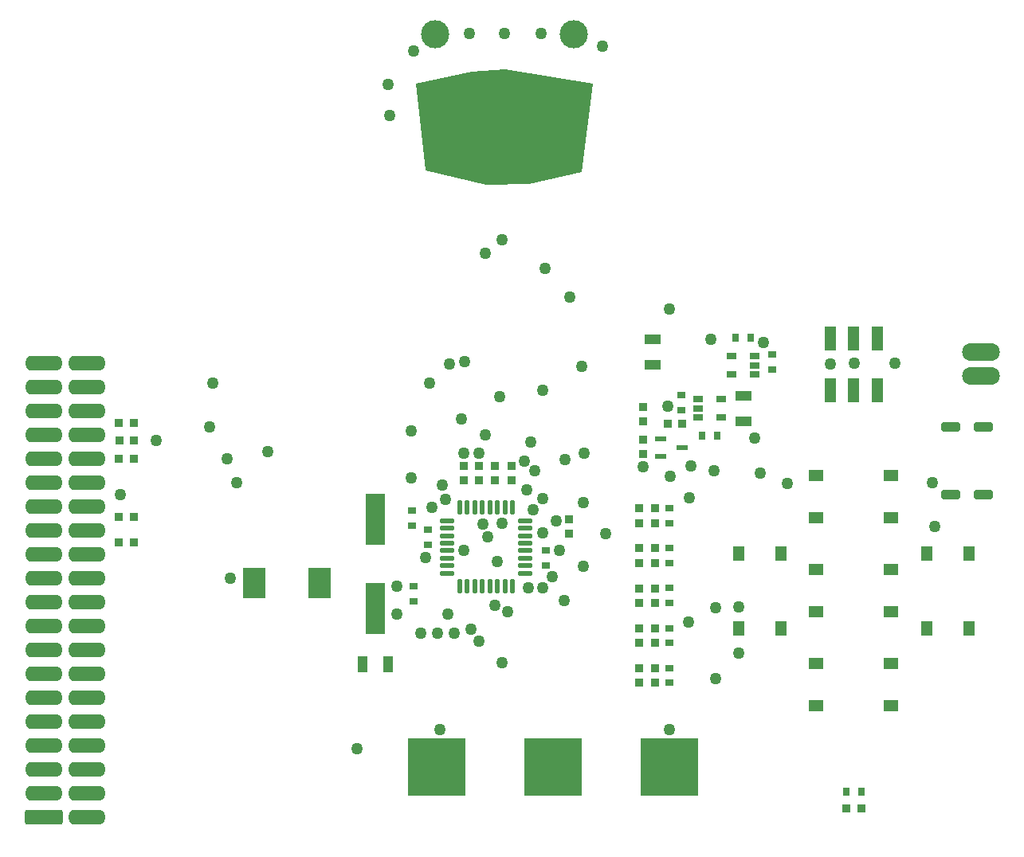
<source format=gts>
G04*
G04 #@! TF.GenerationSoftware,Altium Limited,Altium Designer,20.1.11 (218)*
G04*
G04 Layer_Color=8388736*
%FSLAX44Y44*%
%MOMM*%
G71*
G04*
G04 #@! TF.SameCoordinates,F64D855A-75B5-494C-AA47-8135A0461B61*
G04*
G04*
G04 #@! TF.FilePolarity,Negative*
G04*
G01*
G75*
G04:AMPARAMS|DCode=18|XSize=1.6mm|YSize=0.55mm|CornerRadius=0.1458mm|HoleSize=0mm|Usage=FLASHONLY|Rotation=180.000|XOffset=0mm|YOffset=0mm|HoleType=Round|Shape=RoundedRectangle|*
%AMROUNDEDRECTD18*
21,1,1.6000,0.2585,0,0,180.0*
21,1,1.3085,0.5500,0,0,180.0*
1,1,0.2915,-0.6543,0.1293*
1,1,0.2915,0.6543,0.1293*
1,1,0.2915,0.6543,-0.1293*
1,1,0.2915,-0.6543,-0.1293*
%
%ADD18ROUNDEDRECTD18*%
G04:AMPARAMS|DCode=19|XSize=1.6mm|YSize=0.55mm|CornerRadius=0.1458mm|HoleSize=0mm|Usage=FLASHONLY|Rotation=270.000|XOffset=0mm|YOffset=0mm|HoleType=Round|Shape=RoundedRectangle|*
%AMROUNDEDRECTD19*
21,1,1.6000,0.2585,0,0,270.0*
21,1,1.3085,0.5500,0,0,270.0*
1,1,0.2915,-0.1293,-0.6543*
1,1,0.2915,-0.1293,0.6543*
1,1,0.2915,0.1293,0.6543*
1,1,0.2915,0.1293,-0.6543*
%
%ADD19ROUNDEDRECTD19*%
%ADD20R,1.7000X1.1000*%
%ADD21R,1.1000X0.6500*%
%ADD22R,1.1000X1.7000*%
%ADD23R,0.8700X0.9700*%
%ADD24R,0.9652X0.7620*%
%ADD25R,0.9700X0.8700*%
%ADD26R,1.1500X0.6000*%
%ADD27R,0.7620X0.9652*%
%ADD28R,1.2000X2.5000*%
%ADD29R,2.4000X3.3000*%
%ADD30R,1.5500X1.3000*%
%ADD31R,1.3000X1.5500*%
%ADD32R,6.0700X6.0700*%
%ADD33R,2.0000X5.5000*%
%ADD34O,4.0000X1.9050*%
G04:AMPARAMS|DCode=35|XSize=2mm|YSize=1mm|CornerRadius=0.25mm|HoleSize=0mm|Usage=FLASHONLY|Rotation=180.000|XOffset=0mm|YOffset=0mm|HoleType=Round|Shape=RoundedRectangle|*
%AMROUNDEDRECTD35*
21,1,2.0000,0.5000,0,0,180.0*
21,1,1.5000,1.0000,0,0,180.0*
1,1,0.5000,-0.7500,0.2500*
1,1,0.5000,0.7500,0.2500*
1,1,0.5000,0.7500,-0.2500*
1,1,0.5000,-0.7500,-0.2500*
%
%ADD35ROUNDEDRECTD35*%
%ADD36O,4.0000X1.6000*%
G04:AMPARAMS|DCode=37|XSize=1.6mm|YSize=4mm|CornerRadius=0.2mm|HoleSize=0mm|Usage=FLASHONLY|Rotation=270.000|XOffset=0mm|YOffset=0mm|HoleType=Round|Shape=RoundedRectangle|*
%AMROUNDEDRECTD37*
21,1,1.6000,3.6000,0,0,270.0*
21,1,1.2000,4.0000,0,0,270.0*
1,1,0.4000,-1.8000,-0.6000*
1,1,0.4000,-1.8000,0.6000*
1,1,0.4000,1.8000,0.6000*
1,1,0.4000,1.8000,-0.6000*
%
%ADD37ROUNDEDRECTD37*%
%ADD38C,1.2700*%
%ADD39C,3.0000*%
G36*
X729031Y839363D02*
X717398Y745451D01*
X661633Y732497D01*
X615835Y731669D01*
X551197Y746738D01*
X541071Y839363D01*
X600504Y851982D01*
X636378Y854662D01*
X729031Y839363D01*
D02*
G37*
D18*
X657750Y366710D02*
D03*
Y374710D02*
D03*
Y350710D02*
D03*
Y342710D02*
D03*
Y358710D02*
D03*
Y334710D02*
D03*
Y326710D02*
D03*
Y318710D02*
D03*
X574150Y366710D02*
D03*
Y342710D02*
D03*
Y374710D02*
D03*
Y358710D02*
D03*
Y350710D02*
D03*
Y334710D02*
D03*
Y318710D02*
D03*
Y326710D02*
D03*
D19*
X611950Y388510D02*
D03*
X619950D02*
D03*
X603950D02*
D03*
X635950D02*
D03*
X643950D02*
D03*
X627950D02*
D03*
X611950Y304910D02*
D03*
X619950D02*
D03*
X603950D02*
D03*
X635950D02*
D03*
X643950D02*
D03*
X627950D02*
D03*
X587950Y388510D02*
D03*
X595950D02*
D03*
X587950Y304910D02*
D03*
X595950D02*
D03*
D20*
X792480Y567220D02*
D03*
Y540220D02*
D03*
X889000Y480530D02*
D03*
Y507530D02*
D03*
D21*
X901000Y539750D02*
D03*
Y549250D02*
D03*
Y530250D02*
D03*
X877000Y549250D02*
D03*
Y530250D02*
D03*
X865440Y503530D02*
D03*
Y484530D02*
D03*
X841440D02*
D03*
Y503530D02*
D03*
Y494030D02*
D03*
D22*
X484340Y222250D02*
D03*
X511340D02*
D03*
D23*
X241480Y351790D02*
D03*
X225880D02*
D03*
X241480Y378460D02*
D03*
X225880D02*
D03*
X241660Y459740D02*
D03*
X226060D02*
D03*
X241480Y440690D02*
D03*
X225880D02*
D03*
X241480Y478790D02*
D03*
X225880D02*
D03*
X824410Y477520D02*
D03*
X808810D02*
D03*
X1014260Y68580D02*
D03*
X998660D02*
D03*
D24*
X810260Y345374D02*
D03*
Y329626D02*
D03*
Y302874D02*
D03*
Y287126D02*
D03*
Y217874D02*
D03*
Y202126D02*
D03*
Y387874D02*
D03*
Y372126D02*
D03*
X822960Y492506D02*
D03*
Y508254D02*
D03*
X919480Y551434D02*
D03*
Y535686D02*
D03*
X679450Y343154D02*
D03*
Y327406D02*
D03*
X553720Y364744D02*
D03*
Y348996D02*
D03*
X538480Y289306D02*
D03*
Y305054D02*
D03*
X810260Y244626D02*
D03*
Y260374D02*
D03*
X537210Y385064D02*
D03*
Y369316D02*
D03*
D25*
X795020Y345300D02*
D03*
Y329700D02*
D03*
X778510Y345300D02*
D03*
Y329700D02*
D03*
Y302800D02*
D03*
Y287200D02*
D03*
X795020Y302800D02*
D03*
Y287200D02*
D03*
X778510Y260300D02*
D03*
Y244700D02*
D03*
X795020Y260300D02*
D03*
Y244700D02*
D03*
Y217800D02*
D03*
Y202200D02*
D03*
X778510Y217800D02*
D03*
Y202200D02*
D03*
X795020Y387800D02*
D03*
Y372200D02*
D03*
X778510Y387800D02*
D03*
Y372200D02*
D03*
X782320Y495480D02*
D03*
Y479880D02*
D03*
Y461190D02*
D03*
Y445590D02*
D03*
X642620Y433250D02*
D03*
Y417650D02*
D03*
X624840Y433250D02*
D03*
Y417650D02*
D03*
X608330Y433250D02*
D03*
Y417650D02*
D03*
X591820Y433250D02*
D03*
Y417650D02*
D03*
X703580Y360500D02*
D03*
Y376100D02*
D03*
D26*
X824050Y452120D02*
D03*
X801550Y461620D02*
D03*
Y442620D02*
D03*
D27*
X861314Y464820D02*
D03*
X845566D02*
D03*
X896874Y568960D02*
D03*
X881126D02*
D03*
X1014334Y86360D02*
D03*
X998586D02*
D03*
D28*
X1031460Y568520D02*
D03*
X1006460D02*
D03*
Y513520D02*
D03*
X1031460D02*
D03*
X981460D02*
D03*
Y568520D02*
D03*
D29*
X438610Y308610D02*
D03*
X369110D02*
D03*
D30*
X1046210Y422570D02*
D03*
Y377570D02*
D03*
X966710Y422570D02*
D03*
Y377570D02*
D03*
X1046210Y322570D02*
D03*
Y277570D02*
D03*
X966710Y322570D02*
D03*
Y277570D02*
D03*
X1046210Y222570D02*
D03*
Y177570D02*
D03*
X966710Y222570D02*
D03*
Y177570D02*
D03*
D31*
X883960Y339820D02*
D03*
X928960D02*
D03*
Y260320D02*
D03*
X883960D02*
D03*
X1083960Y339820D02*
D03*
X1128960D02*
D03*
Y260320D02*
D03*
X1083960D02*
D03*
D32*
X687070Y113030D02*
D03*
X563770D02*
D03*
X810370D02*
D03*
D33*
X497840Y281430D02*
D03*
Y376430D02*
D03*
D34*
X1141250Y553720D02*
D03*
Y528320D02*
D03*
D35*
X1109420Y402150D02*
D03*
Y474150D02*
D03*
X1144120Y402150D02*
D03*
Y474150D02*
D03*
D36*
X146210Y313690D02*
D03*
Y237490D02*
D03*
Y161290D02*
D03*
Y466090D02*
D03*
Y389890D02*
D03*
X191610Y59690D02*
D03*
Y161290D02*
D03*
Y313690D02*
D03*
Y237490D02*
D03*
Y389890D02*
D03*
Y466090D02*
D03*
X146210Y85090D02*
D03*
Y110490D02*
D03*
Y135890D02*
D03*
Y212090D02*
D03*
Y186690D02*
D03*
Y288290D02*
D03*
Y262890D02*
D03*
Y339090D02*
D03*
Y364490D02*
D03*
Y440690D02*
D03*
Y415290D02*
D03*
Y542290D02*
D03*
Y516890D02*
D03*
Y491490D02*
D03*
X191610Y85090D02*
D03*
Y110490D02*
D03*
Y135890D02*
D03*
Y186690D02*
D03*
Y212090D02*
D03*
Y288290D02*
D03*
Y262890D02*
D03*
Y339090D02*
D03*
Y364490D02*
D03*
Y440690D02*
D03*
Y415290D02*
D03*
Y542290D02*
D03*
Y516890D02*
D03*
Y491490D02*
D03*
D37*
X146210Y59690D02*
D03*
D38*
X810260Y599440D02*
D03*
X591820Y445980D02*
D03*
X608330D02*
D03*
X573127Y397551D02*
D03*
X557966Y388620D02*
D03*
X612109Y370912D02*
D03*
X617927Y357380D02*
D03*
X690350Y374480D02*
D03*
X615330Y659130D02*
D03*
X808990Y496570D02*
D03*
X833755Y432582D02*
D03*
X811530Y421640D02*
D03*
X858081Y427770D02*
D03*
X831850Y398780D02*
D03*
X704850Y612140D02*
D03*
X635000Y892810D02*
D03*
X673909D02*
D03*
X675640Y513080D02*
D03*
X589280Y482600D02*
D03*
X520700Y304800D02*
D03*
X575310Y275590D02*
D03*
X520700D02*
D03*
X546100Y255270D02*
D03*
X478790Y132080D02*
D03*
X739140Y878840D02*
D03*
X598170Y892810D02*
D03*
X830580Y266700D02*
D03*
X551180Y335280D02*
D03*
X782320Y431800D02*
D03*
X901581Y462855D02*
D03*
X906890Y425240D02*
D03*
X910590Y563880D02*
D03*
X854710Y567690D02*
D03*
X742950Y360680D02*
D03*
X693420Y342900D02*
D03*
X662940Y458470D02*
D03*
X629920Y506730D02*
D03*
X1089660Y415290D02*
D03*
X627380Y331470D02*
D03*
X535940Y469900D02*
D03*
X350520Y415290D02*
D03*
X384077Y448171D02*
D03*
X568960Y412750D02*
D03*
X614680Y466090D02*
D03*
X699770Y439420D02*
D03*
X719807Y446008D02*
D03*
X665871Y386331D02*
D03*
X676076Y398344D02*
D03*
X675640Y361950D02*
D03*
X667702Y427990D02*
D03*
X656343Y438150D02*
D03*
X593090Y543560D02*
D03*
X576580Y541020D02*
D03*
X717482Y538277D02*
D03*
X511770Y838200D02*
D03*
X538480Y873760D02*
D03*
X981460Y541020D02*
D03*
X1007110Y542290D02*
D03*
X1050290D02*
D03*
X1092200Y368300D02*
D03*
X935990Y414020D02*
D03*
X632460Y223520D02*
D03*
X698500Y289560D02*
D03*
X718820Y393700D02*
D03*
X632686Y371810D02*
D03*
X659130Y407670D02*
D03*
X632659Y673299D02*
D03*
X555862Y520700D02*
D03*
X591820Y342900D02*
D03*
X535940Y420370D02*
D03*
X325120Y520700D02*
D03*
X321746Y474582D02*
D03*
X340418Y440690D02*
D03*
X678180Y642620D02*
D03*
X227330Y402590D02*
D03*
X718820Y326390D02*
D03*
X566769Y152329D02*
D03*
X599933Y259098D02*
D03*
X608330Y246380D02*
D03*
X265430Y459740D02*
D03*
X563880Y255270D02*
D03*
X581660D02*
D03*
X660400Y303530D02*
D03*
X624840Y284480D02*
D03*
X638719Y278186D02*
D03*
X675640Y303530D02*
D03*
X685848Y314846D02*
D03*
X344170Y313690D02*
D03*
X810260Y152400D02*
D03*
X513028Y805429D02*
D03*
X859790Y207010D02*
D03*
Y281940D02*
D03*
X883920Y233520D02*
D03*
Y283210D02*
D03*
D39*
X708660Y891360D02*
D03*
X562017Y891358D02*
D03*
M02*

</source>
